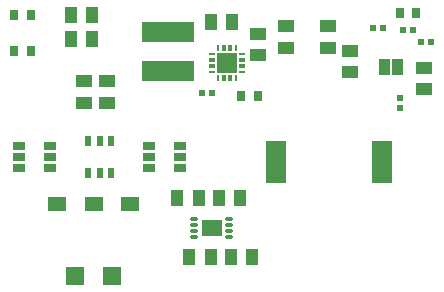
<source format=gtp>
%FSLAX25Y25*%
%MOIN*%
G70*
G01*
G75*
G04 Layer_Color=8421504*
%ADD10R,0.02165X0.03740*%
%ADD11R,0.04400X0.05700*%
%ADD12R,0.06890X0.05709*%
%ADD13O,0.02953X0.01181*%
%ADD14R,0.05700X0.04400*%
%ADD15R,0.03937X0.02756*%
%ADD16R,0.02600X0.03800*%
%ADD17R,0.00984X0.01969*%
%ADD18R,0.01181X0.01969*%
%ADD19R,0.01969X0.00984*%
%ADD20R,0.01969X0.01181*%
%ADD21O,0.00145X0.01562*%
%ADD22R,0.02200X0.02400*%
%ADD23R,0.17700X0.07100*%
%ADD24R,0.07100X0.14200*%
%ADD25R,0.02400X0.02200*%
%ADD26R,0.05906X0.05906*%
%ADD27R,0.05906X0.04724*%
G36*
X137093Y-29321D02*
X133396D01*
Y-23943D01*
X137093D01*
Y-29321D01*
D02*
G37*
G36*
X132609Y-29301D02*
X128912D01*
Y-23923D01*
X132609D01*
Y-29301D01*
D02*
G37*
G36*
X81735Y-28533D02*
X75043D01*
Y-21840D01*
X81735D01*
Y-28533D01*
D02*
G37*
D10*
X32077Y-61801D02*
D03*
X35817D02*
D03*
X39557D02*
D03*
Y-51171D02*
D03*
X35817D02*
D03*
X32077D02*
D03*
D11*
X61795Y-70266D02*
D03*
X68894D02*
D03*
X26361Y-17116D02*
D03*
X33461D02*
D03*
X82674Y-70266D02*
D03*
X75574D02*
D03*
X79511Y-89951D02*
D03*
X86611D02*
D03*
X33461Y-9242D02*
D03*
X26361D02*
D03*
X72831Y-89951D02*
D03*
X65732D02*
D03*
X79971Y-11407D02*
D03*
X72871D02*
D03*
D12*
X73219Y-80108D02*
D03*
D13*
X79026Y-77156D02*
D03*
Y-79124D02*
D03*
Y-81093D02*
D03*
Y-83061D02*
D03*
X67411D02*
D03*
Y-81093D02*
D03*
Y-79124D02*
D03*
Y-77156D02*
D03*
D14*
X30699Y-38383D02*
D03*
Y-31283D02*
D03*
X98068Y-12976D02*
D03*
Y-20076D02*
D03*
X111848Y-12976D02*
D03*
Y-20076D02*
D03*
X38179Y-31283D02*
D03*
Y-38383D02*
D03*
X88732Y-22674D02*
D03*
Y-15574D02*
D03*
X144115Y-33855D02*
D03*
Y-26755D02*
D03*
X119223Y-28186D02*
D03*
Y-21086D02*
D03*
D15*
X19282Y-60226D02*
D03*
Y-56486D02*
D03*
Y-52746D02*
D03*
X9045Y-60226D02*
D03*
Y-56486D02*
D03*
Y-52746D02*
D03*
X62589Y-60226D02*
D03*
Y-56486D02*
D03*
Y-52746D02*
D03*
X52352Y-60226D02*
D03*
Y-56486D02*
D03*
Y-52746D02*
D03*
D16*
X7476Y-21053D02*
D03*
X12976D02*
D03*
X7476Y-9242D02*
D03*
X12976D02*
D03*
X83119Y-36211D02*
D03*
X88619D02*
D03*
X135853Y-8652D02*
D03*
X141353D02*
D03*
D17*
X75436Y-20266D02*
D03*
X81342D02*
D03*
Y-30108D02*
D03*
X75436D02*
D03*
D18*
X77405Y-20266D02*
D03*
X79373D02*
D03*
Y-30108D02*
D03*
X77405D02*
D03*
D19*
X83310Y-22234D02*
D03*
Y-28140D02*
D03*
X73468D02*
D03*
Y-22234D02*
D03*
D20*
X83310Y-24203D02*
D03*
Y-26171D02*
D03*
X73468D02*
D03*
Y-24203D02*
D03*
D21*
X129065Y-21092D02*
D03*
X131034D02*
D03*
X133002D02*
D03*
X134971D02*
D03*
X136939D02*
D03*
Y-32116D02*
D03*
X134971D02*
D03*
X133002D02*
D03*
X131034D02*
D03*
X129065D02*
D03*
D22*
X73346Y-35030D02*
D03*
X70046D02*
D03*
X127127Y-13376D02*
D03*
X130427D02*
D03*
X146158Y-18100D02*
D03*
X142858D02*
D03*
X136953Y-14163D02*
D03*
X140253D02*
D03*
D23*
X58704Y-27750D02*
D03*
Y-14750D02*
D03*
D24*
X129925Y-58258D02*
D03*
X94525D02*
D03*
D25*
X135863Y-36923D02*
D03*
Y-40223D02*
D03*
D26*
X39951Y-96250D02*
D03*
X27746D02*
D03*
D27*
X46053Y-72234D02*
D03*
X33848D02*
D03*
X21644D02*
D03*
M02*

</source>
